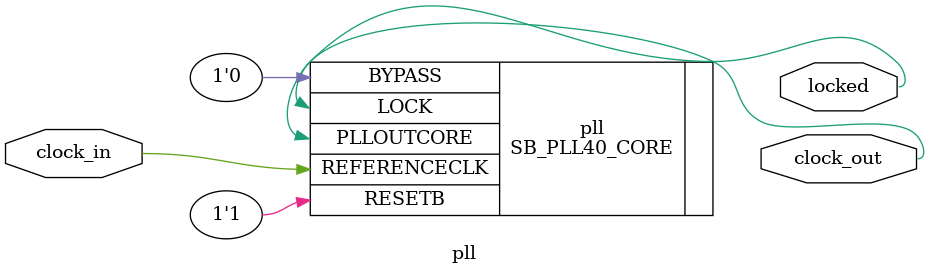
<source format=v>
/**
 * PLL configuration
 *
 * This Verilog module was generated automatically
 * using the icepll tool from the IceStorm project.
 * Use at your own risk.
 *
 * Given input frequency:        16.000 MHz
 * Requested output frequency:   25.000 MHz
 * Achieved output frequency:    25.000 MHz
 */

module pll(
	input  clock_in,
	output clock_out,
	output locked
	);

SB_PLL40_CORE #(
		.FEEDBACK_PATH("SIMPLE"),
		.DIVR(4'b0000),		// DIVR =  0
		.DIVF(7'b0110001),	// DIVF = 49
		.DIVQ(3'b101),		// DIVQ =  5
		.FILTER_RANGE(3'b001)	// FILTER_RANGE = 1
	) pll (
		.LOCK(locked),
		.RESETB(1'b1),
		.BYPASS(1'b0),
		.REFERENCECLK(clock_in),
		.PLLOUTCORE(clock_out)
		);

endmodule

</source>
